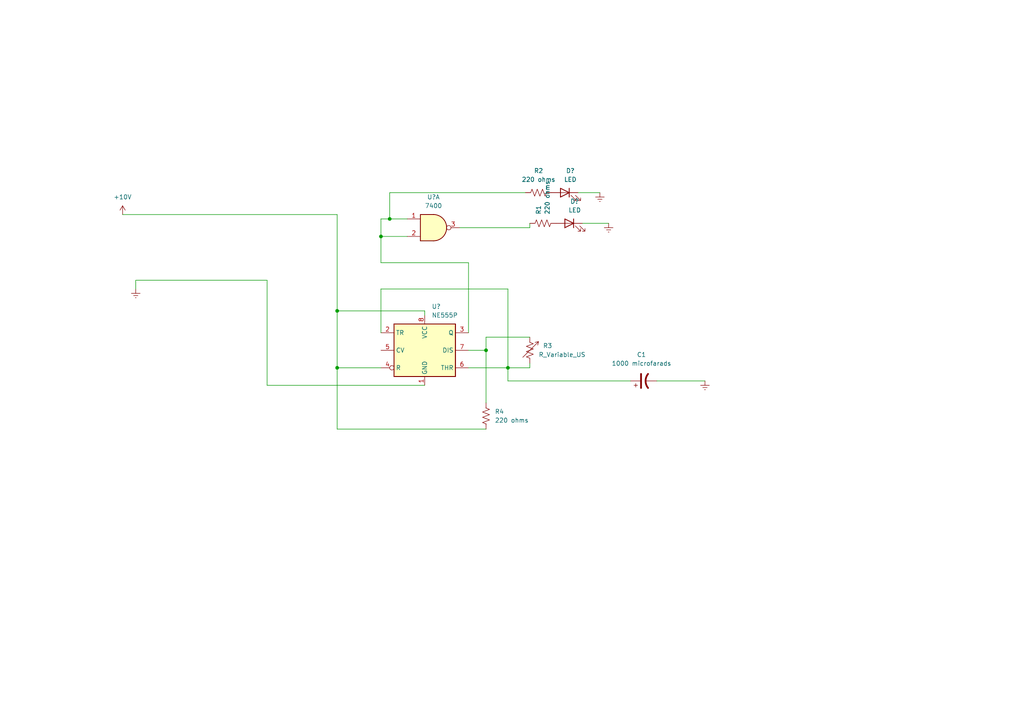
<source format=kicad_sch>
(kicad_sch (version 20211123) (generator eeschema)
  (paper "A4")
  (lib_symbols
    (symbol "74xx:7400" (pin_names (offset 1.016))
      (property "Reference" "U" (at 0 1.27 0))
      (property "Value" "7400" (at 0 -1.27 0))
      (symbol "7400_1_1"
        (arc (start 0 -3.81) (mid 3.81 0) (end 0 3.81) (stroke (width 0.254)) (fill (type background)))
        (polyline (pts (xy 0 3.81) (xy -3.81 3.81) (xy -3.81 -3.81) (xy 0 -3.81)) (stroke (width 0.254)) (fill (type background)))
        (pin input line (at -7.62 2.54 0) (length 3.81) (name "~") (number "1"))
        (pin input line (at -7.62 -2.54 0) (length 3.81) (name "~") (number "2"))
        (pin output inverted (at 7.62 0 180) (length 3.81) (name "~") (number "3"))
      )
      (symbol "7400_1_2"
        (arc (start -3.81 -3.81) (mid -2.589 0) (end -3.81 3.81) (stroke (width 0.254)))
        (arc (start -0.6096 -3.81) (mid 2.1842 -2.5851) (end 3.81 0) (stroke (width 0.254)) (fill (type background)))
        (polyline (pts (xy -3.81 -3.81) (xy -0.635 -3.81)) (stroke (width 0.254)) (fill (type background)))
        (polyline (pts (xy -3.81 3.81) (xy -0.635 3.81)) (stroke (width 0.254)) (fill (type background)))
        (polyline (pts (xy -0.635 3.81) (xy -3.81 3.81) (xy -3.81 3.81) (xy -3.556 3.4036) (xy -3.0226 2.2606) (xy -2.6924 1.0414) (xy -2.6162 -0.254) (xy -2.7686 -1.4986) (xy -3.175 -2.7178) (xy -3.81 -3.81) (xy -3.81 -3.81) (xy -0.635 -3.81)) (stroke (width -25.4)) (fill (type background)))
        (arc (start 3.81 0) (mid 2.1915 2.5936) (end -0.6096 3.81) (stroke (width 0.254)) (fill (type background)))
        (pin input inverted (at -7.62 2.54 0) (length 4.318) (name "~") (number "1"))
        (pin input inverted (at -7.62 -2.54 0) (length 4.318) (name "~") (number "2"))
        (pin output line (at 7.62 0 180) (length 3.81) (name "~") (number "3"))
      )
      (symbol "7400_2_1"
        (arc (start 0 -3.81) (mid 3.81 0) (end 0 3.81) (stroke (width 0.254)) (fill (type background)))
        (polyline (pts (xy 0 3.81) (xy -3.81 3.81) (xy -3.81 -3.81) (xy 0 -3.81)) (stroke (width 0.254)) (fill (type background)))
        (pin input line (at -7.62 2.54 0) (length 3.81) (name "~") (number "4"))
        (pin input line (at -7.62 -2.54 0) (length 3.81) (name "~") (number "5"))
        (pin output inverted (at 7.62 0 180) (length 3.81) (name "~") (number "6"))
      )
      (symbol "7400_2_2"
        (arc (start -3.81 -3.81) (mid -2.589 0) (end -3.81 3.81) (stroke (width 0.254)))
        (arc (start -0.6096 -3.81) (mid 2.1842 -2.5851) (end 3.81 0) (stroke (width 0.254)) (fill (type background)))
        (polyline (pts (xy -3.81 -3.81) (xy -0.635 -3.81)) (stroke (width 0.254)) (fill (type background)))
        (polyline (pts (xy -3.81 3.81) (xy -0.635 3.81)) (stroke (width 0.254)) (fill (type background)))
        (polyline (pts (xy -0.635 3.81) (xy -3.81 3.81) (xy -3.81 3.81) (xy -3.556 3.4036) (xy -3.0226 2.2606) (xy -2.6924 1.0414) (xy -2.6162 -0.254) (xy -2.7686 -1.4986) (xy -3.175 -2.7178) (xy -3.81 -3.81) (xy -3.81 -3.81) (xy -0.635 -3.81)) (stroke (width -25.4)) (fill (type background)))
        (arc (start 3.81 0) (mid 2.1915 2.5936) (end -0.6096 3.81) (stroke (width 0.254)) (fill (type background)))
        (pin input inverted (at -7.62 2.54 0) (length 4.318) (name "~") (number "4"))
        (pin input inverted (at -7.62 -2.54 0) (length 4.318) (name "~") (number "5"))
        (pin output line (at 7.62 0 180) (length 3.81) (name "~") (number "6"))
      )
      (symbol "7400_3_1"
        (arc (start 0 -3.81) (mid 3.81 0) (end 0 3.81) (stroke (width 0.254)) (fill (type background)))
        (polyline (pts (xy 0 3.81) (xy -3.81 3.81) (xy -3.81 -3.81) (xy 0 -3.81)) (stroke (width 0.254)) (fill (type background)))
        (pin input line (at -7.62 -2.54 0) (length 3.81) (name "~") (number "10"))
        (pin output inverted (at 7.62 0 180) (length 3.81) (name "~") (number "8"))
        (pin input line (at -7.62 2.54 0) (length 3.81) (name "~") (number "9"))
      )
      (symbol "7400_3_2"
        (arc (start -3.81 -3.81) (mid -2.589 0) (end -3.81 3.81) (stroke (width 0.254)))
        (arc (start -0.6096 -3.81) (mid 2.1842 -2.5851) (end 3.81 0) (stroke (width 0.254)) (fill (type background)))
        (polyline (pts (xy -3.81 -3.81) (xy -0.635 -3.81)) (stroke (width 0.254)) (fill (type background)))
        (polyline (pts (xy -3.81 3.81) (xy -0.635 3.81)) (stroke (width 0.254)) (fill (type background)))
        (polyline (pts (xy -0.635 3.81) (xy -3.81 3.81) (xy -3.81 3.81) (xy -3.556 3.4036) (xy -3.0226 2.2606) (xy -2.6924 1.0414) (xy -2.6162 -0.254) (xy -2.7686 -1.4986) (xy -3.175 -2.7178) (xy -3.81 -3.81) (xy -3.81 -3.81) (xy -0.635 -3.81)) (stroke (width -25.4)) (fill (type background)))
        (arc (start 3.81 0) (mid 2.1915 2.5936) (end -0.6096 3.81) (stroke (width 0.254)) (fill (type background)))
        (pin input inverted (at -7.62 -2.54 0) (length 4.318) (name "~") (number "10"))
        (pin output line (at 7.62 0 180) (length 3.81) (name "~") (number "8"))
        (pin input inverted (at -7.62 2.54 0) (length 4.318) (name "~") (number "9"))
      )
      (symbol "7400_4_1"
        (arc (start 0 -3.81) (mid 3.81 0) (end 0 3.81) (stroke (width 0.254)) (fill (type background)))
        (polyline (pts (xy 0 3.81) (xy -3.81 3.81) (xy -3.81 -3.81) (xy 0 -3.81)) (stroke (width 0.254)) (fill (type background)))
        (pin output inverted (at 7.62 0 180) (length 3.81) (name "~") (number "11"))
        (pin input line (at -7.62 2.54 0) (length 3.81) (name "~") (number "12"))
        (pin input line (at -7.62 -2.54 0) (length 3.81) (name "~") (number "13"))
      )
      (symbol "7400_4_2"
        (arc (start -3.81 -3.81) (mid -2.589 0) (end -3.81 3.81) (stroke (width 0.254)))
        (arc (start -0.6096 -3.81) (mid 2.1842 -2.5851) (end 3.81 0) (stroke (width 0.254)) (fill (type background)))
        (polyline (pts (xy -3.81 -3.81) (xy -0.635 -3.81)) (stroke (width 0.254)) (fill (type background)))
        (polyline (pts (xy -3.81 3.81) (xy -0.635 3.81)) (stroke (width 0.254)) (fill (type background)))
        (polyline (pts (xy -0.635 3.81) (xy -3.81 3.81) (xy -3.81 3.81) (xy -3.556 3.4036) (xy -3.0226 2.2606) (xy -2.6924 1.0414) (xy -2.6162 -0.254) (xy -2.7686 -1.4986) (xy -3.175 -2.7178) (xy -3.81 -3.81) (xy -3.81 -3.81) (xy -0.635 -3.81)) (stroke (width -25.4)) (fill (type background)))
        (arc (start 3.81 0) (mid 2.1915 2.5936) (end -0.6096 3.81) (stroke (width 0.254)) (fill (type background)))
        (pin output line (at 7.62 0 180) (length 3.81) (name "~") (number "11"))
        (pin input inverted (at -7.62 2.54 0) (length 4.318) (name "~") (number "12"))
        (pin input inverted (at -7.62 -2.54 0) (length 4.318) (name "~") (number "13"))
      )
      (symbol "7400_5_0"
        (pin power_in line (at 0 12.7 270) (length 5.08) (name "VCC") (number "14"))
        (pin power_in line (at 0 -12.7 90) (length 5.08) (name "GND") (number "7"))
      )
      (symbol "7400_5_1"
        (rectangle (start -5.08 7.62) (end 5.08 -7.62) (stroke (width 0.254)) (fill (type background)))
      )
    )
    (symbol "Device:C_Polarized_US" (pin_numbers hide) (pin_names (offset 0.254) hide)
      (property "Reference" "C" (at 0.635 2.54 0))
      (property "Value" "C_Polarized_US" (at 0.635 -2.54 0))
      (symbol "C_Polarized_US_0_1"
        (polyline (pts (xy -2.032 0.762) (xy 2.032 0.762)) (stroke (width 0.508)))
        (polyline (pts (xy -1.778 2.286) (xy -0.762 2.286)))
        (polyline (pts (xy -1.27 1.778) (xy -1.27 2.794)))
        (arc (start 2.032 -1.27) (mid 0 -0.5572) (end -2.032 -1.27) (stroke (width 0.508)))
      )
      (symbol "C_Polarized_US_1_1"
        (pin passive line (at 0 3.81 270) (length 2.794) (name "~") (number "1"))
        (pin passive line (at 0 -3.81 90) (length 3.302) (name "~") (number "2"))
      )
    )
    (symbol "Device:LED" (pin_numbers hide) (pin_names (offset 1.016) hide)
      (property "Reference" "D" (at 0 2.54 0))
      (property "Value" "LED" (at 0 -2.54 0))
      (symbol "LED_0_1"
        (polyline (pts (xy -1.27 -1.27) (xy -1.27 1.27)) (stroke (width 0.254)))
        (polyline (pts (xy -1.27 0) (xy 1.27 0)))
        (polyline (pts (xy 1.27 -1.27) (xy 1.27 1.27) (xy -1.27 0) (xy 1.27 -1.27)) (stroke (width 0.254)))
        (polyline (pts (xy -3.048 -0.762) (xy -4.572 -2.286) (xy -3.81 -2.286) (xy -4.572 -2.286) (xy -4.572 -1.524)))
        (polyline (pts (xy -1.778 -0.762) (xy -3.302 -2.286) (xy -2.54 -2.286) (xy -3.302 -2.286) (xy -3.302 -1.524)))
      )
      (symbol "LED_1_1"
        (pin passive line (at -3.81 0 0) (length 2.54) (name "K") (number "1"))
        (pin passive line (at 3.81 0 180) (length 2.54) (name "A") (number "2"))
      )
    )
    (symbol "Device:R_US" (pin_numbers hide) (pin_names (offset 0))
      (property "Reference" "R" (at 2.54 0 90))
      (property "Value" "R_US" (at -2.54 0 90))
      (symbol "R_US_0_1"
        (polyline (pts (xy 0 -2.286) (xy 0 -2.54)))
        (polyline (pts (xy 0 2.286) (xy 0 2.54)))
        (polyline (pts (xy 0 -0.762) (xy 1.016 -1.143) (xy 0 -1.524) (xy -1.016 -1.905) (xy 0 -2.286)))
        (polyline (pts (xy 0 0.762) (xy 1.016 0.381) (xy 0 0) (xy -1.016 -0.381) (xy 0 -0.762)))
        (polyline (pts (xy 0 2.286) (xy 1.016 1.905) (xy 0 1.524) (xy -1.016 1.143) (xy 0 0.762)))
      )
      (symbol "R_US_1_1"
        (pin passive line (at 0 3.81 270) (length 1.27) (name "~") (number "1"))
        (pin passive line (at 0 -3.81 90) (length 1.27) (name "~") (number "2"))
      )
    )
    (symbol "Device:R_Variable_US" (pin_numbers hide) (pin_names (offset 0))
      (property "Reference" "R" (at 2.54 -2.54 90))
      (property "Value" "R_Variable_US" (at -2.54 -1.27 90))
      (symbol "R_Variable_US_0_1"
        (polyline (pts (xy 0 -2.286) (xy 0 -2.54)))
        (polyline (pts (xy 0 2.286) (xy 0 2.54)))
        (polyline (pts (xy 0 -0.762) (xy 1.016 -1.143) (xy 0 -1.524) (xy -1.016 -1.905) (xy 0 -2.286)))
        (polyline (pts (xy 0 0.762) (xy 1.016 0.381) (xy 0 0) (xy -1.016 -0.381) (xy 0 -0.762)))
        (polyline (pts (xy 0 2.286) (xy 1.016 1.905) (xy 0 1.524) (xy -1.016 1.143) (xy 0 0.762)) (stroke (width 0.1524)))
        (polyline (pts (xy 2.286 1.524) (xy 2.54 2.54) (xy 1.524 2.286) (xy 2.54 2.54) (xy -2.032 -2.032)) (stroke (width 0.1524)))
      )
      (symbol "R_Variable_US_1_1"
        (pin passive line (at 0 3.81 270) (length 1.27) (name "~") (number "1"))
        (pin passive line (at 0 -3.81 90) (length 1.27) (name "~") (number "2"))
      )
    )
    (symbol "Timer:NE555P"
      (property "Reference" "U" (at -10.16 8.89 0))
      (property "Value" "NE555P" (at 2.54 8.89 0))
      (symbol "NE555P_0_0"
        (pin power_in line (at 0 -10.16 90) (length 2.54) (name "GND") (number "1"))
        (pin power_in line (at 0 10.16 270) (length 2.54) (name "VCC") (number "8"))
      )
      (symbol "NE555P_0_1"
        (rectangle (start -8.89 -7.62) (end 8.89 7.62) (stroke (width 0.254)) (fill (type background)))
        (rectangle (start -8.89 -7.62) (end 8.89 7.62) (stroke (width 0.254)) (fill (type background)))
      )
      (symbol "NE555P_1_1"
        (pin input line (at -12.7 5.08 0) (length 3.81) (name "TR") (number "2"))
        (pin output line (at 12.7 5.08 180) (length 3.81) (name "Q") (number "3"))
        (pin input inverted (at -12.7 -5.08 0) (length 3.81) (name "R") (number "4"))
        (pin input line (at -12.7 0 0) (length 3.81) (name "CV") (number "5"))
        (pin input line (at 12.7 -5.08 180) (length 3.81) (name "THR") (number "6"))
        (pin input line (at 12.7 0 180) (length 3.81) (name "DIS") (number "7"))
      )
    )
    (symbol "power:+10V" (power) (pin_names (offset 0))
      (property "Value" "+10V" (at 0 3.556 0))
      (symbol "+10V_0_1"
        (polyline (pts (xy -0.762 1.27) (xy 0 2.54)))
        (polyline (pts (xy 0 0) (xy 0 2.54)))
        (polyline (pts (xy 0 2.54) (xy 0.762 1.27)))
      )
      (symbol "+10V_1_1"
        (pin power_in line (at 0 0 90) (length 0) hide (name "+10V") (number "1"))
      )
    )
    (symbol "power:Earth" (power) (pin_names (offset 0))
      (symbol "Earth_0_1"
        (polyline (pts (xy -0.635 -1.905) (xy 0.635 -1.905)))
        (polyline (pts (xy -0.127 -2.54) (xy 0.127 -2.54)))
        (polyline (pts (xy 0 -1.27) (xy 0 0)))
        (polyline (pts (xy 1.27 -1.27) (xy -1.27 -1.27)))
      )
      (symbol "Earth_1_1"
        (pin power_in line (at 0 0 270) (length 0) hide (name "Earth") (number "1"))
      )
    )
  )
  (junction (at 140.97 101.6))
  (junction (at 147.32 106.68))
  (junction (at 97.79 106.68))
  (junction (at 110.49 68.58))
  (junction (at 113.03 63.5))
  (junction (at 97.79 90.17))
  (wire (pts (xy 153.67 66.04) (xy 153.67 64.77)))
  (wire (pts (xy 77.47 111.76) (xy 77.47 81.28)))
  (wire (pts (xy 110.49 76.2) (xy 110.49 68.58)))
  (wire (pts (xy 133.35 66.04) (xy 153.67 66.04)))
  (wire (pts (xy 140.97 101.6) (xy 140.97 116.84)))
  (wire (pts (xy 97.79 62.23) (xy 97.79 90.17)))
  (wire (pts (xy 110.49 63.5) (xy 113.03 63.5)))
  (wire (pts (xy 97.79 90.17) (xy 123.19 90.17)))
  (wire (pts (xy 135.89 101.6) (xy 140.97 101.6)))
  (wire (pts (xy 39.37 81.28) (xy 39.37 83.82)))
  (wire (pts (xy 135.89 76.2) (xy 110.49 76.2)))
  (wire (pts (xy 140.97 97.79) (xy 140.97 101.6)))
  (wire (pts (xy 147.32 110.49) (xy 147.32 106.68)))
  (wire (pts (xy 110.49 106.68) (xy 97.79 106.68)))
  (wire (pts (xy 97.79 124.46) (xy 97.79 106.68)))
  (wire (pts (xy 168.91 64.77) (xy 176.53 64.77)))
  (wire (pts (xy 110.49 68.58) (xy 118.11 68.58)))
  (wire (pts (xy 110.49 96.52) (xy 110.49 83.82)))
  (wire (pts (xy 147.32 83.82) (xy 147.32 106.68)))
  (wire (pts (xy 113.03 55.88) (xy 113.03 63.5)))
  (wire (pts (xy 147.32 106.68) (xy 135.89 106.68)))
  (wire (pts (xy 182.88 110.49) (xy 147.32 110.49)))
  (wire (pts (xy 140.97 124.46) (xy 97.79 124.46)))
  (wire (pts (xy 97.79 106.68) (xy 97.79 90.17)))
  (wire (pts (xy 204.47 110.49) (xy 190.5 110.49)))
  (wire (pts (xy 153.67 106.68) (xy 153.67 105.41)))
  (wire (pts (xy 123.19 90.17) (xy 123.19 91.44)))
  (wire (pts (xy 135.89 96.52) (xy 135.89 76.2)))
  (wire (pts (xy 153.67 97.79) (xy 140.97 97.79)))
  (wire (pts (xy 77.47 81.28) (xy 39.37 81.28)))
  (wire (pts (xy 35.56 62.23) (xy 97.79 62.23)))
  (wire (pts (xy 123.19 111.76) (xy 77.47 111.76)))
  (wire (pts (xy 153.67 106.68) (xy 147.32 106.68)))
  (wire (pts (xy 167.64 55.88) (xy 173.99 55.88)))
  (wire (pts (xy 110.49 83.82) (xy 147.32 83.82)))
  (wire (pts (xy 152.4 55.88) (xy 113.03 55.88)))
  (wire (pts (xy 113.03 63.5) (xy 118.11 63.5)))
  (wire (pts (xy 110.49 68.58) (xy 110.49 63.5)))
  (symbol (lib_id "Device:LED") (at 163.83 55.88 0) (mirror y) (unit 1)
    (property "Reference" "D?" (at 165.4175 49.53 0))
    (property "Value" "LED" (at 165.4175 52.07 0))
  )
  (symbol (lib_id "Device:R_US") (at 156.21 55.88 90) (unit 1)
    (property "Reference" "R2" (at 156.21 49.53 90))
    (property "Value" "220 ohms" (at 156.21 52.07 90))
  )
  (symbol (lib_id "Device:R_US") (at 157.48 64.77 90) (unit 1)
    (property "Reference" "R1" (at 156.2099 62.23 0) (effects (justify left)))
    (property "Value" "220 ohms" (at 158.7499 62.23 0) (effects (justify left)))
  )
  (symbol (lib_id "74xx:7400") (at 125.73 66.04 0) (unit 1)
    (property "Reference" "U?" (at 125.73 57.15 0))
    (property "Value" "7400" (at 125.73 59.69 0))
    (property "Datasheet" "http://www.ti.com/lit/gpn/sn7400" (effects hide))
  )
  (symbol (lib_id "power:Earth") (at 39.37 83.82 0) (unit 1)
    (property "Reference" "#PWR?" (effects hide))
    (property "Value" "Earth" (effects hide))
  )
  (symbol (lib_id "power:Earth") (at 204.47 110.49 0) (unit 1)
    (property "Reference" "#PWR?" (effects hide))
    (property "Value" "Earth" (effects hide))
  )
  (symbol (lib_id "Device:C_Polarized_US") (at 186.69 110.49 90) (unit 1)
    (property "Reference" "C1" (at 186.055 102.87 90))
    (property "Value" "1000 microfarads" (at 186.055 105.41 90))
  )
  (symbol (lib_id "Device:R_US") (at 140.97 120.65 0) (unit 1)
    (property "Reference" "R4" (at 143.51 119.3799 0) (effects (justify left)))
    (property "Value" "220 ohms" (at 143.51 121.9199 0) (effects (justify left)))
  )
  (symbol (lib_id "power:Earth") (at 173.99 55.88 0) (unit 1)
    (property "Reference" "#PWR?" (effects hide))
    (property "Value" "Earth" (effects hide))
  )
  (symbol (lib_id "power:+10V") (at 35.56 62.23 0) (unit 1)
    (property "Reference" "#PWR?" (effects hide))
    (property "Value" "+10V" (at 35.56 57.15 0))
  )
  (symbol (lib_id "Timer:NE555P") (at 123.19 101.6 0) (unit 1)
    (property "Reference" "U?" (at 125.2094 88.9 0) (effects (justify left)))
    (property "Value" "NE555P" (at 125.2094 91.44 0) (effects (justify left)))
    (property "Footprint" "Package_DIP:DIP-8_W7.62mm" (effects hide))
    (property "Datasheet" "http://www.ti.com/lit/ds/symlink/ne555.pdf" (effects hide))
  )
  (symbol (lib_id "power:Earth") (at 176.53 64.77 0) (unit 1)
    (property "Reference" "#PWR?" (effects hide))
    (property "Value" "Earth" (effects hide))
  )
  (symbol (lib_id "Device:R_Variable_US") (at 153.67 101.6 0) (unit 1)
    (property "Reference" "R3" (at 157.48 100.2918 0) (effects (justify left)))
    (property "Value" "R_Variable_US" (at 156.21 102.87 0) (effects (justify left)))
  )
  (symbol (lib_id "Device:LED") (at 165.1 64.77 0) (mirror y) (unit 1)
    (property "Reference" "D?" (at 166.6875 58.42 0))
    (property "Value" "LED" (at 166.6875 60.96 0))
  )
)
</source>
